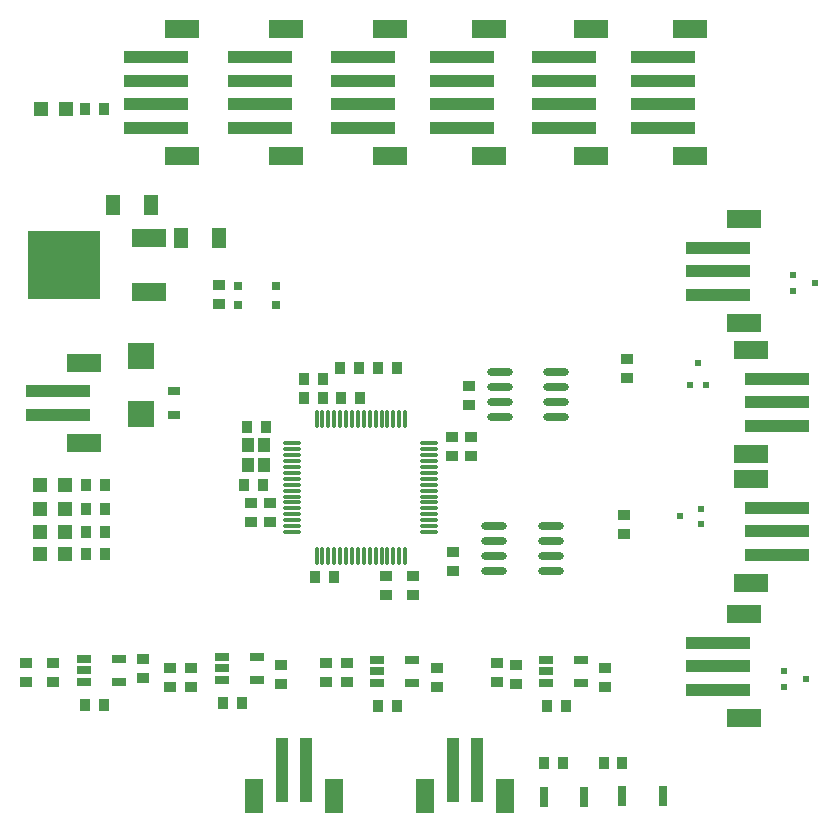
<source format=gtp>
G04*
G04 #@! TF.GenerationSoftware,Altium Limited,Altium Designer,19.1.8 (144)*
G04*
G04 Layer_Color=8421504*
%FSLAX25Y25*%
%MOIN*%
G70*
G01*
G75*
%ADD15R,0.02165X0.01968*%
%ADD16R,0.01968X0.02165*%
%ADD17R,0.03937X0.03543*%
%ADD18R,0.03937X0.04724*%
%ADD19R,0.21654X0.03937*%
%ADD20R,0.11811X0.06299*%
%ADD21R,0.04724X0.04724*%
G04:AMPARAMS|DCode=22|XSize=25.59mil|YSize=47.24mil|CornerRadius=1.92mil|HoleSize=0mil|Usage=FLASHONLY|Rotation=90.000|XOffset=0mil|YOffset=0mil|HoleType=Round|Shape=RoundedRectangle|*
%AMROUNDEDRECTD22*
21,1,0.02559,0.04341,0,0,90.0*
21,1,0.02175,0.04724,0,0,90.0*
1,1,0.00384,0.02170,0.01088*
1,1,0.00384,0.02170,-0.01088*
1,1,0.00384,-0.02170,-0.01088*
1,1,0.00384,-0.02170,0.01088*
%
%ADD22ROUNDEDRECTD22*%
%ADD23R,0.03543X0.03937*%
%ADD24R,0.03150X0.06693*%
%ADD25R,0.02756X0.02953*%
%ADD26R,0.11811X0.06299*%
%ADD27R,0.24410X0.22835*%
%ADD28O,0.08661X0.02362*%
%ADD29O,0.06299X0.01181*%
%ADD30O,0.01181X0.06299*%
%ADD31R,0.06299X0.11811*%
%ADD32R,0.03937X0.21654*%
%ADD33R,0.04291X0.03000*%
%ADD34R,0.08898X0.08504*%
%ADD35R,0.04724X0.06693*%
D15*
X414181Y271557D02*
D03*
Y276675D02*
D03*
X406898Y274116D02*
D03*
X449142Y220000D02*
D03*
X441858Y217441D02*
D03*
X441858Y222559D02*
D03*
X452142Y352000D02*
D03*
X444858Y349441D02*
D03*
X444858Y354559D02*
D03*
D16*
X413001Y325142D02*
D03*
X415560Y317858D02*
D03*
X410442D02*
D03*
D17*
X296000Y218850D02*
D03*
Y225150D02*
D03*
X189000Y225150D02*
D03*
Y218850D02*
D03*
X289000Y218850D02*
D03*
Y225150D02*
D03*
X244000Y217350D02*
D03*
Y223650D02*
D03*
X237000Y217350D02*
D03*
Y223650D02*
D03*
X198000Y218850D02*
D03*
Y225150D02*
D03*
X352500Y218350D02*
D03*
Y224650D02*
D03*
X331000Y300650D02*
D03*
Y294350D02*
D03*
X337500Y300650D02*
D03*
Y294350D02*
D03*
X346000Y225150D02*
D03*
Y218850D02*
D03*
X388260Y274701D02*
D03*
Y268402D02*
D03*
X389500Y326710D02*
D03*
Y320411D02*
D03*
X325905Y217201D02*
D03*
Y223500D02*
D03*
X228016Y220342D02*
D03*
Y226642D02*
D03*
X382000Y223650D02*
D03*
Y217350D02*
D03*
X274000Y218201D02*
D03*
Y224500D02*
D03*
X270500Y278650D02*
D03*
Y272350D02*
D03*
X318000Y247850D02*
D03*
Y254150D02*
D03*
X264000Y278650D02*
D03*
Y272350D02*
D03*
X309000Y247850D02*
D03*
Y254150D02*
D03*
X253500Y344850D02*
D03*
Y351150D02*
D03*
X331500Y255850D02*
D03*
Y262150D02*
D03*
X336743Y317578D02*
D03*
Y311279D02*
D03*
D18*
X268214Y297874D02*
D03*
Y291181D02*
D03*
X263096Y297874D02*
D03*
Y291181D02*
D03*
D19*
X419652Y347976D02*
D03*
Y355850D02*
D03*
X401500Y427248D02*
D03*
Y419374D02*
D03*
Y411500D02*
D03*
Y403626D02*
D03*
X368500Y427248D02*
D03*
Y419374D02*
D03*
Y411500D02*
D03*
Y403626D02*
D03*
X334500Y427248D02*
D03*
Y419374D02*
D03*
Y411500D02*
D03*
Y403626D02*
D03*
X301500Y427248D02*
D03*
Y419374D02*
D03*
Y411500D02*
D03*
Y403626D02*
D03*
X267000Y427248D02*
D03*
Y419374D02*
D03*
Y411500D02*
D03*
Y403626D02*
D03*
X232326Y427248D02*
D03*
Y419374D02*
D03*
Y411500D02*
D03*
Y403626D02*
D03*
X439466Y312224D02*
D03*
Y320098D02*
D03*
Y304350D02*
D03*
X419652Y216303D02*
D03*
Y224177D02*
D03*
Y232051D02*
D03*
X439466Y277098D02*
D03*
Y269224D02*
D03*
Y261350D02*
D03*
X419652Y363724D02*
D03*
X199605Y308028D02*
D03*
Y315901D02*
D03*
D20*
X410358Y436697D02*
D03*
Y394177D02*
D03*
X377358Y436697D02*
D03*
Y394177D02*
D03*
X343358Y436697D02*
D03*
Y394177D02*
D03*
X310358Y436697D02*
D03*
Y394177D02*
D03*
X275858Y436697D02*
D03*
Y394177D02*
D03*
X241184Y436697D02*
D03*
Y394177D02*
D03*
X430608Y329547D02*
D03*
Y294901D02*
D03*
X428510Y206854D02*
D03*
Y241500D02*
D03*
X430608Y286547D02*
D03*
Y251901D02*
D03*
X428510Y373173D02*
D03*
Y338527D02*
D03*
X208463Y298579D02*
D03*
Y325350D02*
D03*
D21*
X193866Y268992D02*
D03*
X202134D02*
D03*
X193866Y276587D02*
D03*
X202134D02*
D03*
Y261587D02*
D03*
X193866D02*
D03*
X202134Y284587D02*
D03*
X193866D02*
D03*
X202246Y410000D02*
D03*
X193978D02*
D03*
D22*
X362500Y226240D02*
D03*
Y222500D02*
D03*
Y218760D02*
D03*
X374114D02*
D03*
Y226240D02*
D03*
X317713D02*
D03*
Y218760D02*
D03*
X306098D02*
D03*
Y222500D02*
D03*
Y226240D02*
D03*
X220067Y226528D02*
D03*
Y219047D02*
D03*
X208453D02*
D03*
Y222787D02*
D03*
Y226528D02*
D03*
X266114Y227240D02*
D03*
Y219760D02*
D03*
X254500D02*
D03*
Y223500D02*
D03*
Y227240D02*
D03*
D23*
X300299Y313500D02*
D03*
X294000D02*
D03*
X215384Y261587D02*
D03*
X209085D02*
D03*
X215384Y268992D02*
D03*
X209085D02*
D03*
X387866Y192000D02*
D03*
X381567D02*
D03*
X215384Y276587D02*
D03*
X209085D02*
D03*
X367913Y192000D02*
D03*
X361614D02*
D03*
X215384Y284587D02*
D03*
X209085D02*
D03*
X306500Y323500D02*
D03*
X312799D02*
D03*
X208850Y410000D02*
D03*
X215150D02*
D03*
X300150Y323500D02*
D03*
X293850D02*
D03*
X312650Y211000D02*
D03*
X306350D02*
D03*
X214949Y211248D02*
D03*
X208650D02*
D03*
X368933Y210815D02*
D03*
X362634D02*
D03*
X261098Y212012D02*
D03*
X254799D02*
D03*
X287919Y320040D02*
D03*
X281620D02*
D03*
X285508Y254000D02*
D03*
X291807D02*
D03*
X287919Y313591D02*
D03*
X281620D02*
D03*
X269150Y304000D02*
D03*
X262850D02*
D03*
X261850Y284500D02*
D03*
X268150D02*
D03*
D24*
X401252Y180853D02*
D03*
X387866D02*
D03*
X375000Y180661D02*
D03*
X361614D02*
D03*
D25*
X272398Y351000D02*
D03*
X259602D02*
D03*
Y344504D02*
D03*
X272398D02*
D03*
D26*
X229984Y349004D02*
D03*
Y366996D02*
D03*
D27*
X201716Y358000D02*
D03*
D28*
X346886Y322391D02*
D03*
Y317391D02*
D03*
Y312391D02*
D03*
Y307391D02*
D03*
X365784Y322391D02*
D03*
Y317391D02*
D03*
Y312391D02*
D03*
Y307391D02*
D03*
X363949Y256000D02*
D03*
Y261000D02*
D03*
Y266000D02*
D03*
Y271000D02*
D03*
X345051Y256000D02*
D03*
Y261000D02*
D03*
Y266000D02*
D03*
Y271000D02*
D03*
D29*
X277831Y298465D02*
D03*
Y296496D02*
D03*
Y294528D02*
D03*
Y292559D02*
D03*
Y290591D02*
D03*
Y288622D02*
D03*
Y286654D02*
D03*
Y284685D02*
D03*
Y282717D02*
D03*
Y280748D02*
D03*
Y278780D02*
D03*
Y276811D02*
D03*
Y274843D02*
D03*
Y272874D02*
D03*
Y270905D02*
D03*
Y268937D02*
D03*
X323500D02*
D03*
Y270905D02*
D03*
Y272874D02*
D03*
Y274843D02*
D03*
Y276811D02*
D03*
Y278780D02*
D03*
Y280748D02*
D03*
Y282717D02*
D03*
Y284685D02*
D03*
Y286654D02*
D03*
Y288622D02*
D03*
Y290591D02*
D03*
Y292559D02*
D03*
Y294528D02*
D03*
Y296496D02*
D03*
Y298465D02*
D03*
D30*
X285902Y260866D02*
D03*
X287870D02*
D03*
X289839D02*
D03*
X291807D02*
D03*
X293776D02*
D03*
X295744D02*
D03*
X297713D02*
D03*
X299681D02*
D03*
X301650D02*
D03*
X303618D02*
D03*
X305587D02*
D03*
X307555D02*
D03*
X309524D02*
D03*
X311492D02*
D03*
X313461D02*
D03*
X315429D02*
D03*
Y306535D02*
D03*
X313461D02*
D03*
X311492D02*
D03*
X309524D02*
D03*
X307555D02*
D03*
X305587D02*
D03*
X303618D02*
D03*
X301650D02*
D03*
X299681D02*
D03*
X297713D02*
D03*
X295744D02*
D03*
X293776D02*
D03*
X291807D02*
D03*
X289839D02*
D03*
X287870D02*
D03*
X285902D02*
D03*
D31*
X321971Y180807D02*
D03*
X348743D02*
D03*
X265051D02*
D03*
X291823D02*
D03*
D32*
X331420Y189665D02*
D03*
X339294D02*
D03*
X274500D02*
D03*
X282374D02*
D03*
D33*
X238500Y315957D02*
D03*
Y308043D02*
D03*
D34*
X227500Y308354D02*
D03*
Y327646D02*
D03*
D35*
X218201Y378000D02*
D03*
X230799D02*
D03*
X240701Y367000D02*
D03*
X253299D02*
D03*
M02*

</source>
